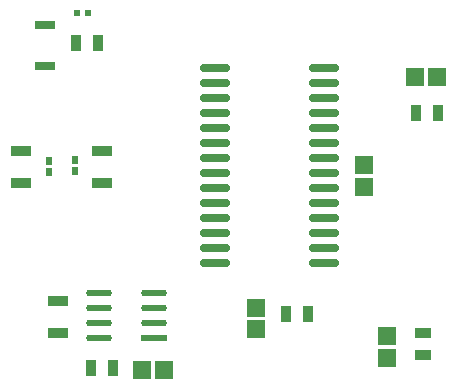
<source format=gtp>
G04*
G04 #@! TF.GenerationSoftware,Altium Limited,Altium Designer,24.9.1 (31)*
G04*
G04 Layer_Color=8421504*
%FSLAX44Y44*%
%MOMM*%
G71*
G04*
G04 #@! TF.SameCoordinates,75EA1287-3778-4008-B1FA-0AB461243C17*
G04*
G04*
G04 #@! TF.FilePolarity,Positive*
G04*
G01*
G75*
%ADD16R,0.9500X1.4000*%
%ADD17R,1.5562X1.5046*%
%ADD18R,1.5046X1.5562*%
%ADD19O,2.6000X0.7000*%
G04:AMPARAMS|DCode=20|XSize=2.1692mm|YSize=0.5821mm|CornerRadius=0.2911mm|HoleSize=0mm|Usage=FLASHONLY|Rotation=180.000|XOffset=0mm|YOffset=0mm|HoleType=Round|Shape=RoundedRectangle|*
%AMROUNDEDRECTD20*
21,1,2.1692,0.0000,0,0,180.0*
21,1,1.5870,0.5821,0,0,180.0*
1,1,0.5821,-0.7935,0.0000*
1,1,0.5821,0.7935,0.0000*
1,1,0.5821,0.7935,0.0000*
1,1,0.5821,-0.7935,0.0000*
%
%ADD20ROUNDEDRECTD20*%
%ADD21R,2.1692X0.5821*%
%ADD22R,0.5000X0.7000*%
%ADD23R,0.5654X0.5725*%
%ADD24R,1.7000X0.8000*%
%ADD25R,1.7000X0.9500*%
%ADD26R,1.4000X0.9500*%
D16*
X809900Y482600D02*
D03*
X828400D02*
D03*
X920390Y652780D02*
D03*
X938890D02*
D03*
X663300Y436880D02*
D03*
X644800D02*
D03*
X650600Y712470D02*
D03*
X632100D02*
D03*
D17*
X784860Y469782D02*
D03*
Y487798D02*
D03*
X876300Y608448D02*
D03*
Y590432D02*
D03*
X895350Y463668D02*
D03*
Y445652D02*
D03*
D18*
X919362Y683260D02*
D03*
X937378D02*
D03*
X688222Y435610D02*
D03*
X706238D02*
D03*
D19*
X842010Y525780D02*
D03*
Y538480D02*
D03*
Y551180D02*
D03*
Y563880D02*
D03*
Y576580D02*
D03*
Y589280D02*
D03*
Y601980D02*
D03*
Y614680D02*
D03*
Y627380D02*
D03*
Y640080D02*
D03*
Y652780D02*
D03*
Y665480D02*
D03*
Y678180D02*
D03*
Y690880D02*
D03*
X750010Y525780D02*
D03*
Y538480D02*
D03*
Y551180D02*
D03*
Y563880D02*
D03*
Y576580D02*
D03*
Y589280D02*
D03*
Y601980D02*
D03*
Y614680D02*
D03*
Y627380D02*
D03*
Y640080D02*
D03*
Y652780D02*
D03*
Y665480D02*
D03*
Y678180D02*
D03*
Y690880D02*
D03*
D20*
X651228Y462280D02*
D03*
Y474980D02*
D03*
Y487680D02*
D03*
Y500380D02*
D03*
X698500D02*
D03*
Y487680D02*
D03*
Y474980D02*
D03*
D21*
Y462280D02*
D03*
D22*
X631600Y612830D02*
D03*
Y603830D02*
D03*
X609600Y603140D02*
D03*
Y612140D02*
D03*
D23*
X633004Y737870D02*
D03*
X642076D02*
D03*
D24*
X605790Y692930D02*
D03*
Y726930D02*
D03*
D25*
X617220Y493810D02*
D03*
Y466310D02*
D03*
X585470Y593310D02*
D03*
Y620810D02*
D03*
X654050Y593310D02*
D03*
Y620810D02*
D03*
D26*
X925830Y466450D02*
D03*
Y447950D02*
D03*
M02*

</source>
